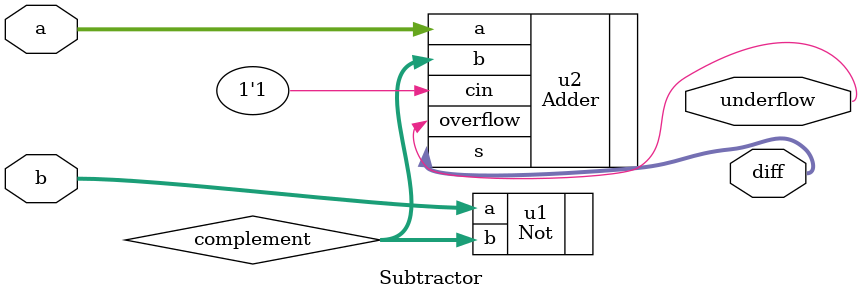
<source format=v>
module Subtractor(a,b,diff,underflow);
input [31:0]a,b;
output underflow;
output [31:0]diff;
wire [31:0]complement;
Not u1(.b(complement),.a(b));
Adder u2(.cin(1'b1),.a(a),.b(complement),.s(diff),.overflow(underflow));
endmodule

</source>
